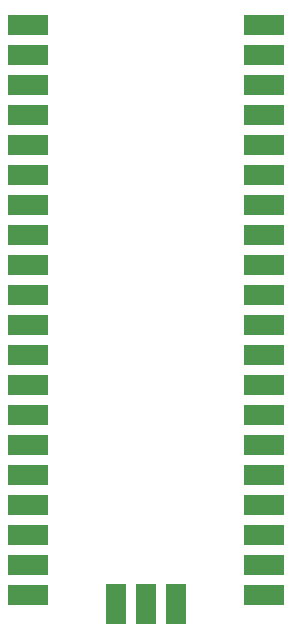
<source format=gbr>
G04 EAGLE Gerber RS-274X export*
G75*
%MOMM*%
%FSLAX34Y34*%
%LPD*%
%INSolderpaste Top*%
%IPPOS*%
%AMOC8*
5,1,8,0,0,1.08239X$1,22.5*%
G01*
G04 Define Apertures*
%ADD10R,3.500000X1.700000*%
%ADD11R,1.700000X3.500000*%
D10*
X53060Y981340D03*
X53060Y955940D03*
X53060Y930540D03*
X53060Y905140D03*
X53060Y879740D03*
X53060Y854340D03*
X53060Y828940D03*
X53060Y803540D03*
X53060Y778140D03*
X53060Y752740D03*
X53060Y727340D03*
X53060Y701940D03*
X53060Y676540D03*
X53060Y651140D03*
X53060Y625740D03*
X53060Y600340D03*
X53060Y574940D03*
X53060Y549540D03*
X53060Y524140D03*
X53060Y498740D03*
X253060Y498740D03*
X253060Y524140D03*
X253060Y549540D03*
X253060Y574940D03*
X253060Y600340D03*
X253060Y625740D03*
X253060Y651140D03*
X253060Y676540D03*
X253060Y701940D03*
X253060Y727340D03*
X253060Y752740D03*
X253060Y778140D03*
X253060Y803540D03*
X253060Y828940D03*
X253060Y854340D03*
X253060Y879740D03*
X253060Y905140D03*
X253060Y930540D03*
X253060Y955940D03*
X253060Y981340D03*
D11*
X127660Y490790D03*
X153060Y490790D03*
X178460Y490790D03*
M02*

</source>
